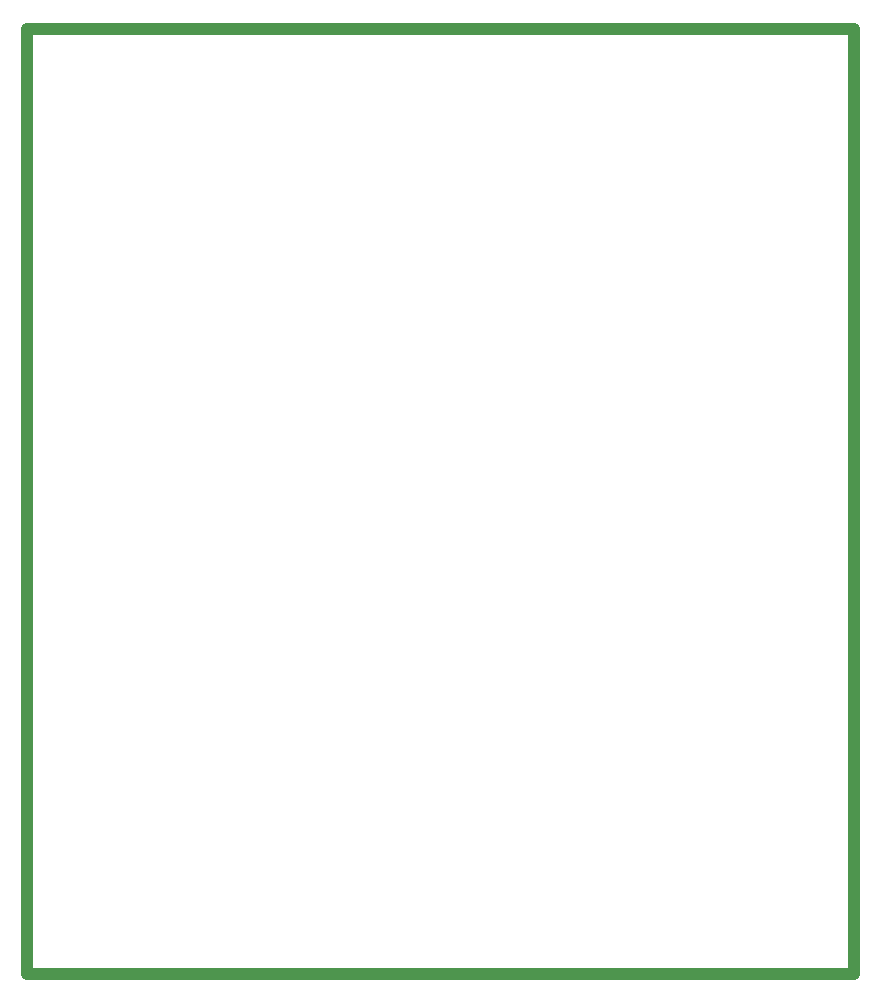
<source format=gbr>
%TF.GenerationSoftware,KiCad,Pcbnew,9.0.2*%
%TF.CreationDate,2025-07-03T12:37:51-06:00*%
%TF.ProjectId,seedsigner-luckfox-shipit,73656564-7369-4676-9e65-722d6c75636b,rev?*%
%TF.SameCoordinates,Original*%
%TF.FileFunction,Profile,NP*%
%FSLAX46Y46*%
G04 Gerber Fmt 4.6, Leading zero omitted, Abs format (unit mm)*
G04 Created by KiCad (PCBNEW 9.0.2) date 2025-07-03 12:37:51*
%MOMM*%
%LPD*%
G01*
G04 APERTURE LIST*
%TA.AperFunction,Profile*%
%ADD10C,1.000000*%
%TD*%
G04 APERTURE END LIST*
D10*
X0Y0D02*
X70000000Y0D01*
X70000000Y-80000000D01*
X0Y-80000000D01*
X0Y0D01*
M02*

</source>
